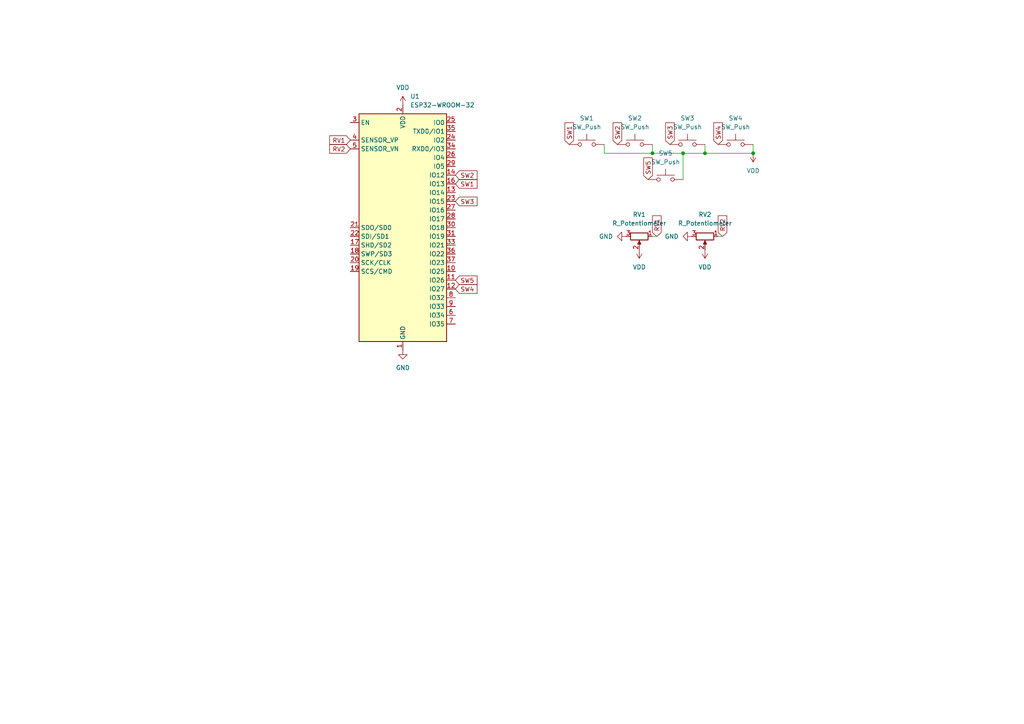
<source format=kicad_sch>
(kicad_sch (version 20250114) (generator "eeschema") (generator_version "9.0")
  (paper "A4")
  (lib_symbols
    (symbol "Device:R_Potentiometer" (pin_names (offset 1.016) (hide yes))
      (property "Reference" "RV" (at -4.445 0 90))
      (property "Value" "R_Potentiometer" (at -2.54 0 90))
      (symbol "R_Potentiometer_0_1"
        (rectangle (start 1.016 2.54) (end -1.016 -2.54) (stroke (width 0.254)))
        (polyline (pts (xy 1.143 0) (xy 2.286 0.508) (xy 2.286 -0.508) (xy 1.143 0)) (fill (type outline)))
        (polyline (pts (xy 2.54 0) (xy 1.524 0)))
      )
      (symbol "R_Potentiometer_1_1"
        (pin passive line (at 0 3.81 270) (length 1.27) (name "1") (number "1"))
        (pin passive line (at 0 -3.81 90) (length 1.27) (name "3") (number "3"))
        (pin passive line (at 3.81 0 180) (length 1.27) (name "2") (number "2"))
      )
    )
    (symbol "RF_Module:ESP32-WROOM-32"
      (property "Reference" "U" (at -12.7 34.29 0))
      (property "Value" "ESP32-WROOM-32" (at 1.27 34.29 0))
      (symbol "ESP32-WROOM-32_0_1"
        (rectangle (start -12.7 33.02) (end 12.7 -33.02) (stroke (width 0.254)) (fill (type background)))
      )
      (symbol "ESP32-WROOM-32_1_1"
        (pin input line (at -15.24 30.48 0) (length 2.54) (name "EN") (number "3"))
        (pin input line (at -15.24 25.4 0) (length 2.54) (name "SENSOR_VP") (number "4"))
        (pin input line (at -15.24 22.86 0) (length 2.54) (name "SENSOR_VN") (number "5"))
        (pin bidirectional line (at -15.24 0 0) (length 2.54) (name "SDO/SD0") (number "21"))
        (pin bidirectional line (at -15.24 -2.54 0) (length 2.54) (name "SDI/SD1") (number "22"))
        (pin bidirectional line (at -15.24 -5.08 0) (length 2.54) (name "SHD/SD2") (number "17"))
        (pin bidirectional line (at -15.24 -7.62 0) (length 2.54) (name "SWP/SD3") (number "18"))
        (pin bidirectional line (at -15.24 -10.16 0) (length 2.54) (name "SCK/CLK") (number "20"))
        (pin bidirectional line (at -15.24 -12.7 0) (length 2.54) (name "SCS/CMD") (number "19"))
        (pin no_connect line (at -12.7 -27.94 0) (length 2.54) (hide yes) (name "NC") (number "32"))
        (pin power_in line (at 0 35.56 270) (length 2.54) (name "VDD") (number "2"))
        (pin power_in line (at 0 -35.56 90) (length 2.54) (name "GND") (number "1"))
        (pin passive line (at 0 -35.56 90) (length 2.54) (hide yes) (name "GND") (number "15"))
        (pin passive line (at 0 -35.56 90) (length 2.54) (hide yes) (name "GND") (number "38"))
        (pin passive line (at 0 -35.56 90) (length 2.54) (hide yes) (name "GND") (number "39"))
        (pin bidirectional line (at 15.24 30.48 180) (length 2.54) (name "IO0") (number "25"))
        (pin bidirectional line (at 15.24 27.94 180) (length 2.54) (name "TXD0/IO1") (number "35"))
        (pin bidirectional line (at 15.24 25.4 180) (length 2.54) (name "IO2") (number "24"))
        (pin bidirectional line (at 15.24 22.86 180) (length 2.54) (name "RXD0/IO3") (number "34"))
        (pin bidirectional line (at 15.24 20.32 180) (length 2.54) (name "IO4") (number "26"))
        (pin bidirectional line (at 15.24 17.78 180) (length 2.54) (name "IO5") (number "29"))
        (pin bidirectional line (at 15.24 15.24 180) (length 2.54) (name "IO12") (number "14"))
        (pin bidirectional line (at 15.24 12.7 180) (length 2.54) (name "IO13") (number "16"))
        (pin bidirectional line (at 15.24 10.16 180) (length 2.54) (name "IO14") (number "13"))
        (pin bidirectional line (at 15.24 7.62 180) (length 2.54) (name "IO15") (number "23"))
        (pin bidirectional line (at 15.24 5.08 180) (length 2.54) (name "IO16") (number "27"))
        (pin bidirectional line (at 15.24 2.54 180) (length 2.54) (name "IO17") (number "28"))
        (pin bidirectional line (at 15.24 0 180) (length 2.54) (name "IO18") (number "30"))
        (pin bidirectional line (at 15.24 -2.54 180) (length 2.54) (name "IO19") (number "31"))
        (pin bidirectional line (at 15.24 -5.08 180) (length 2.54) (name "IO21") (number "33"))
        (pin bidirectional line (at 15.24 -7.62 180) (length 2.54) (name "IO22") (number "36"))
        (pin bidirectional line (at 15.24 -10.16 180) (length 2.54) (name "IO23") (number "37"))
        (pin bidirectional line (at 15.24 -12.7 180) (length 2.54) (name "IO25") (number "10"))
        (pin bidirectional line (at 15.24 -15.24 180) (length 2.54) (name "IO26") (number "11"))
        (pin bidirectional line (at 15.24 -17.78 180) (length 2.54) (name "IO27") (number "12"))
        (pin bidirectional line (at 15.24 -20.32 180) (length 2.54) (name "IO32") (number "8"))
        (pin bidirectional line (at 15.24 -22.86 180) (length 2.54) (name "IO33") (number "9"))
        (pin input line (at 15.24 -25.4 180) (length 2.54) (name "IO34") (number "6"))
        (pin input line (at 15.24 -27.94 180) (length 2.54) (name "IO35") (number "7"))
      )
    )
    (symbol "Switch:SW_Push" (pin_numbers (hide yes)) (pin_names (offset 1.016) (hide yes))
      (property "Reference" "SW" (at 1.27 2.54 0))
      (property "Value" "SW_Push" (at 0 -1.524 0))
      (symbol "SW_Push_0_1"
        (circle (center -2.032 0) (radius 0.508))
        (polyline (pts (xy 0 1.27) (xy 0 3.048)))
        (circle (center 2.032 0) (radius 0.508))
        (polyline (pts (xy 2.54 1.27) (xy -2.54 1.27)))
        (pin passive line (at -5.08 0 0) (length 2.54) (name "1") (number "1"))
        (pin passive line (at 5.08 0 180) (length 2.54) (name "2") (number "2"))
      )
    )
    (symbol "power:GND" (power) (pin_numbers (hide yes)) (pin_names (offset 0) (hide yes))
      (property "Value" "GND" (at 0 -3.81 0))
      (symbol "GND_0_1"
        (polyline (pts (xy 0 0) (xy 0 -1.27) (xy 1.27 -1.27) (xy 0 -2.54) (xy -1.27 -1.27) (xy 0 -1.27)))
      )
      (symbol "GND_1_1"
        (pin power_in line (at 0 0 270) (length 0) (name "~") (number "1"))
      )
    )
    (symbol "power:VDD" (power) (pin_numbers (hide yes)) (pin_names (offset 0) (hide yes))
      (property "Value" "VDD" (at 0 3.556 0))
      (symbol "VDD_0_1"
        (polyline (pts (xy -0.762 1.27) (xy 0 2.54)))
        (polyline (pts (xy 0 2.54) (xy 0.762 1.27)))
        (polyline (pts (xy 0 0) (xy 0 2.54)))
      )
      (symbol "VDD_1_1"
        (pin power_in line (at 0 0 90) (length 0) (name "~") (number "1"))
      )
    )
  )
  (junction (at 198.12 44.45))
  (junction (at 189.23 44.45))
  (junction (at 204.47 44.45))
  (junction (at 218.44 44.45))
  (wire (pts (xy 198.12 44.45) (xy 204.47 44.45)))
  (wire (pts (xy 175.26 41.91) (xy 175.26 44.45)))
  (wire (pts (xy 208.28 68.58) (xy 209.55 68.58)))
  (wire (pts (xy 218.44 44.45) (xy 218.44 41.91)))
  (wire (pts (xy 189.23 41.91) (xy 189.23 44.45)))
  (wire (pts (xy 175.26 44.45) (xy 189.23 44.45)))
  (wire (pts (xy 204.47 41.91) (xy 204.47 44.45)))
  (wire (pts (xy 189.23 44.45) (xy 198.12 44.45)))
  (wire (pts (xy 204.47 44.45) (xy 218.44 44.45)))
  (wire (pts (xy 189.23 68.58) (xy 190.5 68.58)))
  (wire (pts (xy 198.12 44.45) (xy 198.12 52.07)))
  (global_label "RV2" (shape input) (at 209.55 68.58 90) (property "Intersheetrefs" "${INTERSHEET_REFS}" (effects (hide yes))))
  (global_label "SW4" (shape input) (at 208.28 41.91 90) (property "Intersheetrefs" "${INTERSHEET_REFS}" (effects (hide yes))))
  (global_label "SW4" (shape input) (at 132.08 83.82 0) (property "Intersheetrefs" "${INTERSHEET_REFS}" (effects (hide yes))))
  (global_label "SW3" (shape input) (at 194.31 41.91 90) (property "Intersheetrefs" "${INTERSHEET_REFS}" (effects (hide yes))))
  (global_label "SW1" (shape input) (at 165.1 41.91 90) (property "Intersheetrefs" "${INTERSHEET_REFS}" (effects (hide yes))))
  (global_label "RV2" (shape input) (at 101.6 43.18 180) (property "Intersheetrefs" "${INTERSHEET_REFS}" (effects (hide yes))))
  (global_label "SW2" (shape input) (at 179.07 41.91 90) (property "Intersheetrefs" "${INTERSHEET_REFS}" (effects (hide yes))))
  (global_label "RV1" (shape input) (at 101.6 40.64 180) (property "Intersheetrefs" "${INTERSHEET_REFS}" (effects (hide yes))))
  (global_label "SW5" (shape input) (at 187.96 52.07 90) (property "Intersheetrefs" "${INTERSHEET_REFS}" (effects (hide yes))))
  (global_label "SW3" (shape input) (at 132.08 58.42 0) (property "Intersheetrefs" "${INTERSHEET_REFS}" (effects (hide yes))))
  (global_label "SW5" (shape input) (at 132.08 81.28 0) (property "Intersheetrefs" "${INTERSHEET_REFS}" (effects (hide yes))))
  (global_label "SW1" (shape input) (at 132.08 53.34 0) (property "Intersheetrefs" "${INTERSHEET_REFS}" (effects (hide yes))))
  (global_label "RV1" (shape input) (at 190.5 68.58 90) (property "Intersheetrefs" "${INTERSHEET_REFS}" (effects (hide yes))))
  (global_label "SW2" (shape input) (at 132.08 50.8 0) (property "Intersheetrefs" "${INTERSHEET_REFS}" (effects (hide yes))))
  (symbol (lib_id "Switch:SW_Push") (at 213.36 41.91 0) (unit 1)
    (property "Reference" "SW4" (at 213.36 34.29 0))
    (property "Value" "SW_Push" (at 213.36 36.83 0))
    (property "Description" "Push button switch, generic, two pins" (effects (hide yes)))
  )
  (symbol (lib_id "power:GND") (at 200.66 68.58 270) (unit 1)
    (property "Reference" "#PWR03" (effects (hide yes)))
    (property "Value" "GND" (at 196.85 68.5799 90) (effects (justify right)))
    (property "Description" "Power symbol creates a global label with name \"GND\" , ground" (effects (hide yes)))
  )
  (symbol (lib_id "RF_Module:ESP32-WROOM-32") (at 116.84 66.04 0) (unit 1)
    (property "Reference" "U1" (at 118.9833 27.94 0) (effects (justify left)))
    (property "Value" "ESP32-WROOM-32" (at 118.9833 30.48 0) (effects (justify left)))
    (property "Footprint" "RF_Module:ESP32-WROOM-32" (effects (hide yes)))
    (property "Datasheet" "https://www.espressif.com/sites/default/files/documentation/esp32-wroom-32_datasheet_en.pdf" (effects (hide yes)))
    (property "Description" "RF Module, ESP32-D0WDQ6 SoC, Wi-Fi 802.11b/g/n, Bluetooth, BLE, 32-bit, 2.7-3.6V, onboard antenna, SMD" (effects (hide yes)))
  )
  (symbol (lib_id "power:GND") (at 116.84 101.6 0) (unit 1)
    (property "Reference" "#PWR04" (effects (hide yes)))
    (property "Value" "GND" (at 116.84 106.68 0))
    (property "Description" "Power symbol creates a global label with name \"GND\" , ground" (effects (hide yes)))
  )
  (symbol (lib_id "power:VDD") (at 218.44 44.45 180) (unit 1)
    (property "Reference" "#PWR08" (effects (hide yes)))
    (property "Value" "VDD" (at 218.44 49.53 0))
    (property "Description" "Power symbol creates a global label with name \"VDD\"" (effects (hide yes)))
  )
  (symbol (lib_id "power:VDD") (at 116.84 30.48 0) (unit 1)
    (property "Reference" "#PWR05" (effects (hide yes)))
    (property "Value" "VDD" (at 116.84 25.4 0))
    (property "Description" "Power symbol creates a global label with name \"VDD\"" (effects (hide yes)))
  )
  (symbol (lib_id "power:VDD") (at 185.42 72.39 180) (unit 1)
    (property "Reference" "#PWR06" (effects (hide yes)))
    (property "Value" "VDD" (at 185.42 77.47 0))
    (property "Description" "Power symbol creates a global label with name \"VDD\"" (effects (hide yes)))
  )
  (symbol (lib_id "Switch:SW_Push") (at 170.18 41.91 0) (unit 1)
    (property "Reference" "SW1" (at 170.18 34.29 0))
    (property "Value" "SW_Push" (at 170.18 36.83 0))
    (property "Description" "Push button switch, generic, two pins" (effects (hide yes)))
  )
  (symbol (lib_id "Device:R_Potentiometer") (at 185.42 68.58 270) (unit 1)
    (property "Reference" "RV1" (at 185.42 62.23 90))
    (property "Value" "R_Potentiometer" (at 185.42 64.77 90))
    (property "Description" "Potentiometer" (effects (hide yes)))
  )
  (symbol (lib_id "Device:R_Potentiometer") (at 204.47 68.58 270) (unit 1)
    (property "Reference" "RV2" (at 204.47 62.23 90))
    (property "Value" "R_Potentiometer" (at 204.47 64.77 90))
    (property "Description" "Potentiometer" (effects (hide yes)))
  )
  (symbol (lib_id "Switch:SW_Push") (at 193.04 52.07 0) (unit 1)
    (property "Reference" "SW5" (at 193.04 44.45 0))
    (property "Value" "SW_Push" (at 193.04 46.99 0))
    (property "Description" "Push button switch, generic, two pins" (effects (hide yes)))
  )
  (symbol (lib_id "power:VDD") (at 204.47 72.39 180) (unit 1)
    (property "Reference" "#PWR07" (effects (hide yes)))
    (property "Value" "VDD" (at 204.47 77.47 0))
    (property "Description" "Power symbol creates a global label with name \"VDD\"" (effects (hide yes)))
  )
  (symbol (lib_id "power:GND") (at 181.61 68.58 270) (unit 1)
    (property "Reference" "#PWR02" (effects (hide yes)))
    (property "Value" "GND" (at 177.8 68.5799 90) (effects (justify right)))
    (property "Description" "Power symbol creates a global label with name \"GND\" , ground" (effects (hide yes)))
  )
  (symbol (lib_id "Switch:SW_Push") (at 184.15 41.91 0) (unit 1)
    (property "Reference" "SW2" (at 184.15 34.29 0))
    (property "Value" "SW_Push" (at 184.15 36.83 0))
    (property "Description" "Push button switch, generic, two pins" (effects (hide yes)))
  )
  (symbol (lib_id "Switch:SW_Push") (at 199.39 41.91 0) (unit 1)
    (property "Reference" "SW3" (at 199.39 34.29 0))
    (property "Value" "SW_Push" (at 199.39 36.83 0))
    (property "Description" "Push button switch, generic, two pins" (effects (hide yes)))
  )
)
</source>
